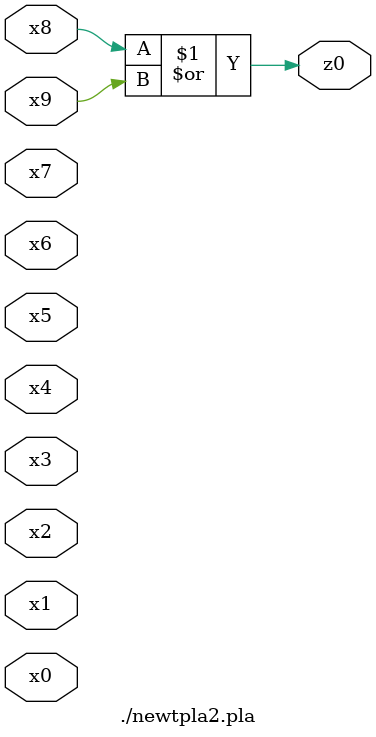
<source format=v>

module \./newtpla2.pla  ( 
    x0, x1, x2, x3, x4, x5, x6, x7, x8, x9,
    z0  );
  input  x0, x1, x2, x3, x4, x5, x6, x7, x8, x9;
  output z0;
  assign z0 = x8 | x9;
endmodule



</source>
